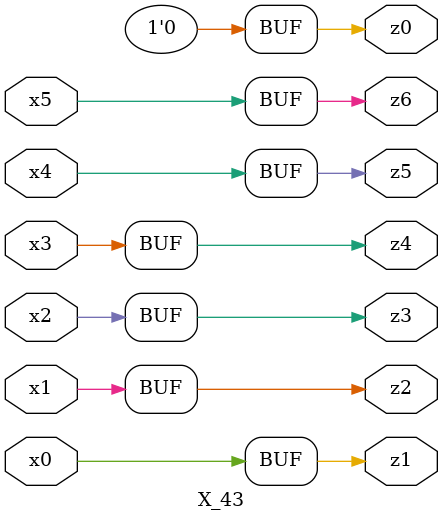
<source format=v>

module X_43 ( 
    x0, x1, x2, x3, x4, x5,
    z0, z1, z2, z3, z4, z5, z6  );
  input  x0, x1, x2, x3, x4, x5;
  output z0, z1, z2, z3, z4, z5, z6;
  assign z0 = 1'b0;
  assign z1 = x0;
  assign z2 = x1;
  assign z3 = x2;
  assign z4 = x3;
  assign z5 = x4;
  assign z6 = x5;
endmodule



</source>
